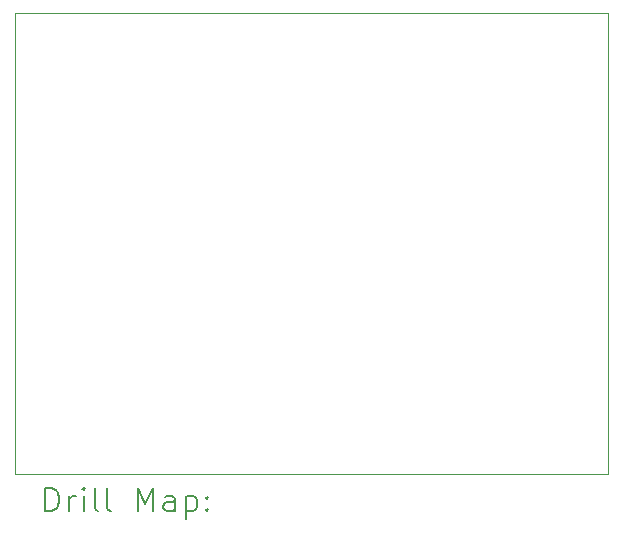
<source format=gbr>
%FSLAX45Y45*%
G04 Gerber Fmt 4.5, Leading zero omitted, Abs format (unit mm)*
G04 Created by KiCad (PCBNEW (6.0.2-0)) date 2024-07-24 16:17:42*
%MOMM*%
%LPD*%
G01*
G04 APERTURE LIST*
%TA.AperFunction,Profile*%
%ADD10C,0.100000*%
%TD*%
%ADD11C,0.200000*%
G04 APERTURE END LIST*
D10*
X11500000Y-5000000D02*
X16520000Y-5000000D01*
X16520000Y-5000000D02*
X16520000Y-8900000D01*
X16520000Y-8900000D02*
X11500000Y-8900000D01*
X11500000Y-8900000D02*
X11500000Y-5000000D01*
D11*
X11752619Y-9215476D02*
X11752619Y-9015476D01*
X11800238Y-9015476D01*
X11828809Y-9025000D01*
X11847857Y-9044048D01*
X11857381Y-9063095D01*
X11866905Y-9101190D01*
X11866905Y-9129762D01*
X11857381Y-9167857D01*
X11847857Y-9186905D01*
X11828809Y-9205952D01*
X11800238Y-9215476D01*
X11752619Y-9215476D01*
X11952619Y-9215476D02*
X11952619Y-9082143D01*
X11952619Y-9120238D02*
X11962143Y-9101190D01*
X11971667Y-9091667D01*
X11990714Y-9082143D01*
X12009762Y-9082143D01*
X12076428Y-9215476D02*
X12076428Y-9082143D01*
X12076428Y-9015476D02*
X12066905Y-9025000D01*
X12076428Y-9034524D01*
X12085952Y-9025000D01*
X12076428Y-9015476D01*
X12076428Y-9034524D01*
X12200238Y-9215476D02*
X12181190Y-9205952D01*
X12171667Y-9186905D01*
X12171667Y-9015476D01*
X12305000Y-9215476D02*
X12285952Y-9205952D01*
X12276428Y-9186905D01*
X12276428Y-9015476D01*
X12533571Y-9215476D02*
X12533571Y-9015476D01*
X12600238Y-9158333D01*
X12666905Y-9015476D01*
X12666905Y-9215476D01*
X12847857Y-9215476D02*
X12847857Y-9110714D01*
X12838333Y-9091667D01*
X12819286Y-9082143D01*
X12781190Y-9082143D01*
X12762143Y-9091667D01*
X12847857Y-9205952D02*
X12828809Y-9215476D01*
X12781190Y-9215476D01*
X12762143Y-9205952D01*
X12752619Y-9186905D01*
X12752619Y-9167857D01*
X12762143Y-9148810D01*
X12781190Y-9139286D01*
X12828809Y-9139286D01*
X12847857Y-9129762D01*
X12943095Y-9082143D02*
X12943095Y-9282143D01*
X12943095Y-9091667D02*
X12962143Y-9082143D01*
X13000238Y-9082143D01*
X13019286Y-9091667D01*
X13028809Y-9101190D01*
X13038333Y-9120238D01*
X13038333Y-9177381D01*
X13028809Y-9196429D01*
X13019286Y-9205952D01*
X13000238Y-9215476D01*
X12962143Y-9215476D01*
X12943095Y-9205952D01*
X13124048Y-9196429D02*
X13133571Y-9205952D01*
X13124048Y-9215476D01*
X13114524Y-9205952D01*
X13124048Y-9196429D01*
X13124048Y-9215476D01*
X13124048Y-9091667D02*
X13133571Y-9101190D01*
X13124048Y-9110714D01*
X13114524Y-9101190D01*
X13124048Y-9091667D01*
X13124048Y-9110714D01*
M02*

</source>
